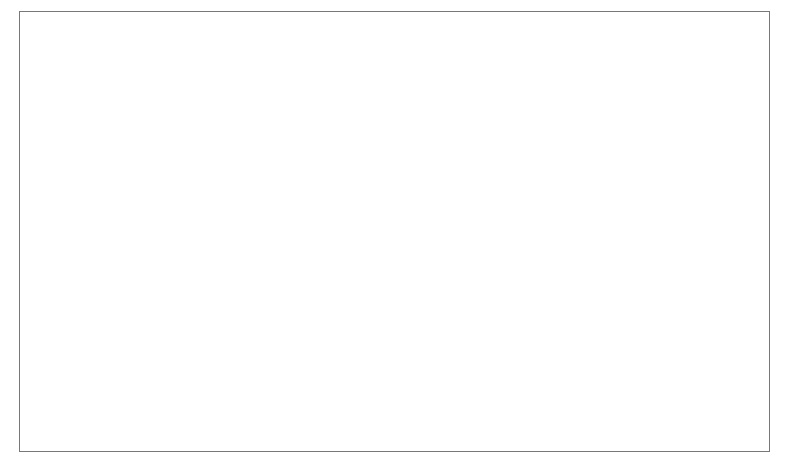
<source format=gm1>
%TF.GenerationSoftware,KiCad,Pcbnew,(5.1.8)-1*%
%TF.CreationDate,2021-01-21T21:37:33-05:00*%
%TF.ProjectId,TTS,5454532e-6b69-4636-9164-5f7063625858,rev?*%
%TF.SameCoordinates,Original*%
%TF.FileFunction,Profile,NP*%
%FSLAX46Y46*%
G04 Gerber Fmt 4.6, Leading zero omitted, Abs format (unit mm)*
G04 Created by KiCad (PCBNEW (5.1.8)-1) date 2021-01-21 21:37:33*
%MOMM*%
%LPD*%
G01*
G04 APERTURE LIST*
%TA.AperFunction,Profile*%
%ADD10C,0.050000*%
%TD*%
G04 APERTURE END LIST*
D10*
X140000000Y-109700000D02*
X203500000Y-109700000D01*
X140000000Y-72500000D02*
X203500000Y-72500000D01*
X140000000Y-109700000D02*
X140000000Y-72500000D01*
X203500000Y-72500000D02*
X203500000Y-109700000D01*
M02*

</source>
